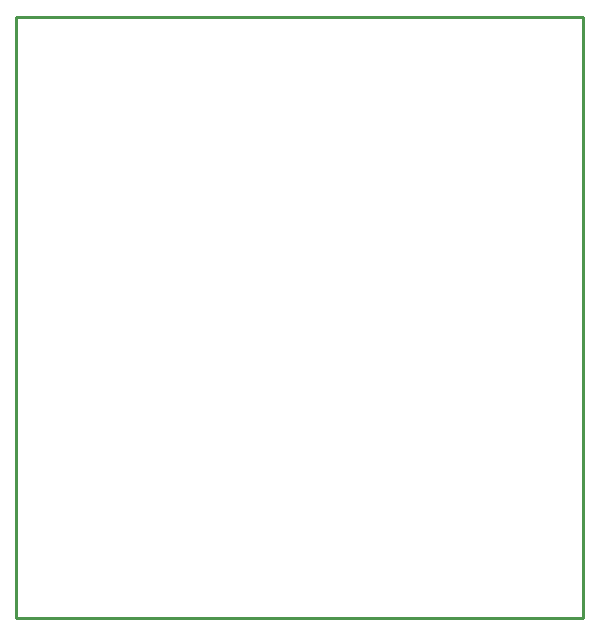
<source format=gbr>
G04*
G04 #@! TF.GenerationSoftware,Altium Limited,Altium Designer,25.8.1 (18)*
G04*
G04 Layer_Color=16711935*
%FSLAX25Y25*%
%MOIN*%
G70*
G04*
G04 #@! TF.SameCoordinates,8EC05070-4222-424C-B7D2-10FEA1704A48*
G04*
G04*
G04 #@! TF.FilePolarity,Positive*
G04*
G01*
G75*
%ADD11C,0.01000*%
D11*
X318000Y280500D02*
Y481000D01*
X507000D01*
X318000Y280500D02*
X507000D01*
Y481000D01*
M02*

</source>
